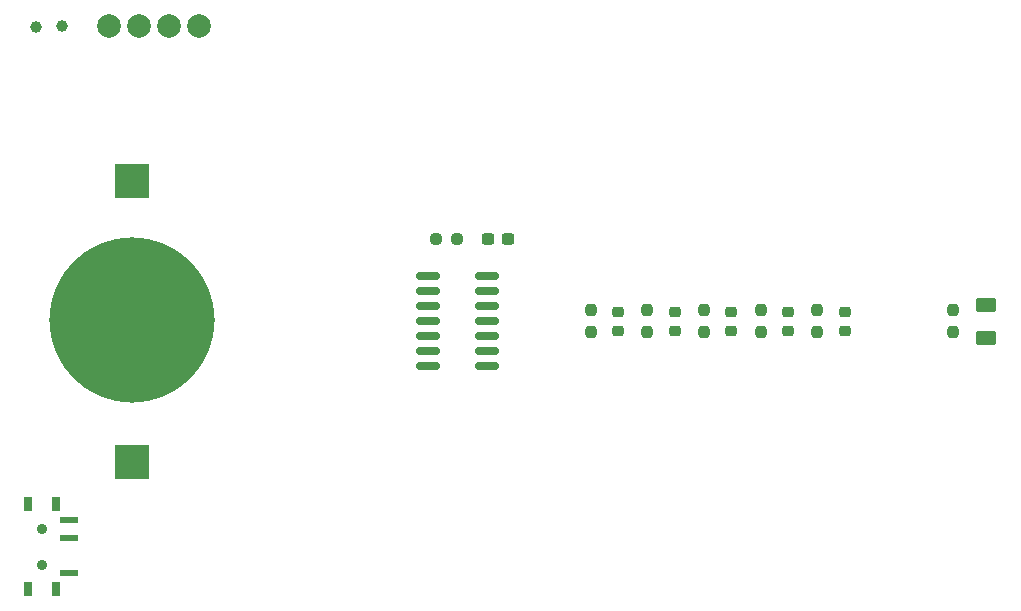
<source format=gbs>
G04 #@! TF.GenerationSoftware,KiCad,Pcbnew,7.0.1*
G04 #@! TF.CreationDate,2023-04-27T10:40:14+02:00*
G04 #@! TF.ProjectId,ET-Abschlussgadget_2023-rounded,45542d41-6273-4636-986c-757373676164,rev?*
G04 #@! TF.SameCoordinates,Original*
G04 #@! TF.FileFunction,Soldermask,Bot*
G04 #@! TF.FilePolarity,Negative*
%FSLAX46Y46*%
G04 Gerber Fmt 4.6, Leading zero omitted, Abs format (unit mm)*
G04 Created by KiCad (PCBNEW 7.0.1) date 2023-04-27 10:40:14*
%MOMM*%
%LPD*%
G01*
G04 APERTURE LIST*
G04 Aperture macros list*
%AMRoundRect*
0 Rectangle with rounded corners*
0 $1 Rounding radius*
0 $2 $3 $4 $5 $6 $7 $8 $9 X,Y pos of 4 corners*
0 Add a 4 corners polygon primitive as box body*
4,1,4,$2,$3,$4,$5,$6,$7,$8,$9,$2,$3,0*
0 Add four circle primitives for the rounded corners*
1,1,$1+$1,$2,$3*
1,1,$1+$1,$4,$5*
1,1,$1+$1,$6,$7*
1,1,$1+$1,$8,$9*
0 Add four rect primitives between the rounded corners*
20,1,$1+$1,$2,$3,$4,$5,0*
20,1,$1+$1,$4,$5,$6,$7,0*
20,1,$1+$1,$6,$7,$8,$9,0*
20,1,$1+$1,$8,$9,$2,$3,0*%
G04 Aperture macros list end*
%ADD10RoundRect,0.218750X0.256250X-0.218750X0.256250X0.218750X-0.256250X0.218750X-0.256250X-0.218750X0*%
%ADD11C,1.000000*%
%ADD12C,2.000000*%
%ADD13RoundRect,0.237500X-0.237500X0.250000X-0.237500X-0.250000X0.237500X-0.250000X0.237500X0.250000X0*%
%ADD14R,3.000000X3.000000*%
%ADD15C,14.000000*%
%ADD16RoundRect,0.250000X0.625000X-0.375000X0.625000X0.375000X-0.625000X0.375000X-0.625000X-0.375000X0*%
%ADD17C,0.900000*%
%ADD18R,1.520000X0.600000*%
%ADD19R,0.700000X1.200000*%
%ADD20RoundRect,0.237500X0.250000X0.237500X-0.250000X0.237500X-0.250000X-0.237500X0.250000X-0.237500X0*%
%ADD21RoundRect,0.150000X0.825000X0.150000X-0.825000X0.150000X-0.825000X-0.150000X0.825000X-0.150000X0*%
%ADD22RoundRect,0.237500X-0.300000X-0.237500X0.300000X-0.237500X0.300000X0.237500X-0.300000X0.237500X0*%
%ADD23RoundRect,0.237500X0.237500X-0.250000X0.237500X0.250000X-0.237500X0.250000X-0.237500X-0.250000X0*%
G04 APERTURE END LIST*
D10*
G04 #@! TO.C,D3*
X166500000Y-108787500D03*
X166500000Y-107212500D03*
G04 #@! TD*
D11*
G04 #@! TO.C,J1*
X105000000Y-83000000D03*
G04 #@! TD*
D12*
G04 #@! TO.C,J6*
X114080000Y-83000000D03*
G04 #@! TD*
D13*
G04 #@! TO.C,R1*
X180500000Y-107087500D03*
X180500000Y-108912500D03*
G04 #@! TD*
D14*
G04 #@! TO.C,BT1*
X111000000Y-119900000D03*
X111000000Y-96100000D03*
D15*
X111000000Y-107870000D03*
G04 #@! TD*
D16*
G04 #@! TO.C,D1*
X183300000Y-109400000D03*
X183300000Y-106600000D03*
G04 #@! TD*
D12*
G04 #@! TO.C,J5*
X116620000Y-83000000D03*
G04 #@! TD*
D13*
G04 #@! TO.C,R7*
X149800000Y-107087500D03*
X149800000Y-108912500D03*
G04 #@! TD*
D17*
G04 #@! TO.C,SW1*
X103347500Y-128600000D03*
X103347500Y-125600000D03*
D18*
X105597500Y-129350000D03*
X105597500Y-126350000D03*
X105597500Y-124850000D03*
D19*
X102197500Y-130700000D03*
X104497500Y-130700000D03*
X102197500Y-123500000D03*
X104497500Y-123500000D03*
G04 #@! TD*
D11*
G04 #@! TO.C,J2*
X102800000Y-83050000D03*
G04 #@! TD*
D13*
G04 #@! TO.C,R2*
X169000000Y-107087500D03*
X169000000Y-108912500D03*
G04 #@! TD*
D10*
G04 #@! TO.C,D4*
X161700000Y-108787500D03*
X161700000Y-107212500D03*
G04 #@! TD*
D13*
G04 #@! TO.C,R6*
X154600000Y-107087500D03*
X154600000Y-108912500D03*
G04 #@! TD*
D20*
G04 #@! TO.C,R5*
X138512500Y-101000000D03*
X136687500Y-101000000D03*
G04 #@! TD*
D10*
G04 #@! TO.C,D6*
X152080000Y-108787500D03*
X152080000Y-107212500D03*
G04 #@! TD*
G04 #@! TO.C,D2*
X171300000Y-108787500D03*
X171300000Y-107212500D03*
G04 #@! TD*
D12*
G04 #@! TO.C,J3*
X109000000Y-83000000D03*
G04 #@! TD*
D21*
G04 #@! TO.C,U1*
X141000000Y-104190000D03*
X141000000Y-105460000D03*
X141000000Y-106730000D03*
X141000000Y-108000000D03*
X141000000Y-109270000D03*
X141000000Y-110540000D03*
X141000000Y-111810000D03*
X136050000Y-111810000D03*
X136050000Y-110540000D03*
X136050000Y-109270000D03*
X136050000Y-108000000D03*
X136050000Y-106730000D03*
X136050000Y-105460000D03*
X136050000Y-104190000D03*
G04 #@! TD*
D10*
G04 #@! TO.C,D5*
X156900000Y-108787500D03*
X156900000Y-107212500D03*
G04 #@! TD*
D22*
G04 #@! TO.C,C1*
X141075000Y-101000000D03*
X142800000Y-101000000D03*
G04 #@! TD*
D23*
G04 #@! TO.C,R4*
X159400000Y-108912500D03*
X159400000Y-107087500D03*
G04 #@! TD*
G04 #@! TO.C,R3*
X164200000Y-108912500D03*
X164200000Y-107087500D03*
G04 #@! TD*
D12*
G04 #@! TO.C,J4*
X111540000Y-83000000D03*
G04 #@! TD*
M02*

</source>
